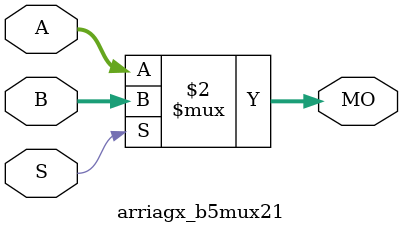
<source format=v>
module arriagx_b5mux21 (MO, A, B, S);
   input [4:0] A, B;
   input       S;
   output [4:0] MO; 
   assign MO = (S == 1) ? B : A; 
endmodule
</source>
